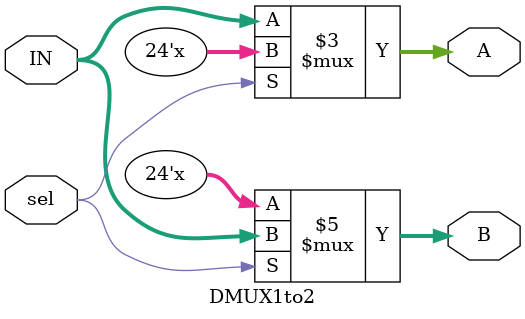
<source format=v>
`timescale 1ns / 1ps
module DMUX1to2(
    input [23:0] IN,
    input sel,
    output reg [23:0] A,B
    );

	always @(IN or sel) begin
		
		case(sel)
			1'b0: A = IN;
			1'b1: B = IN;	
		endcase
		
	end
	
endmodule
</source>
